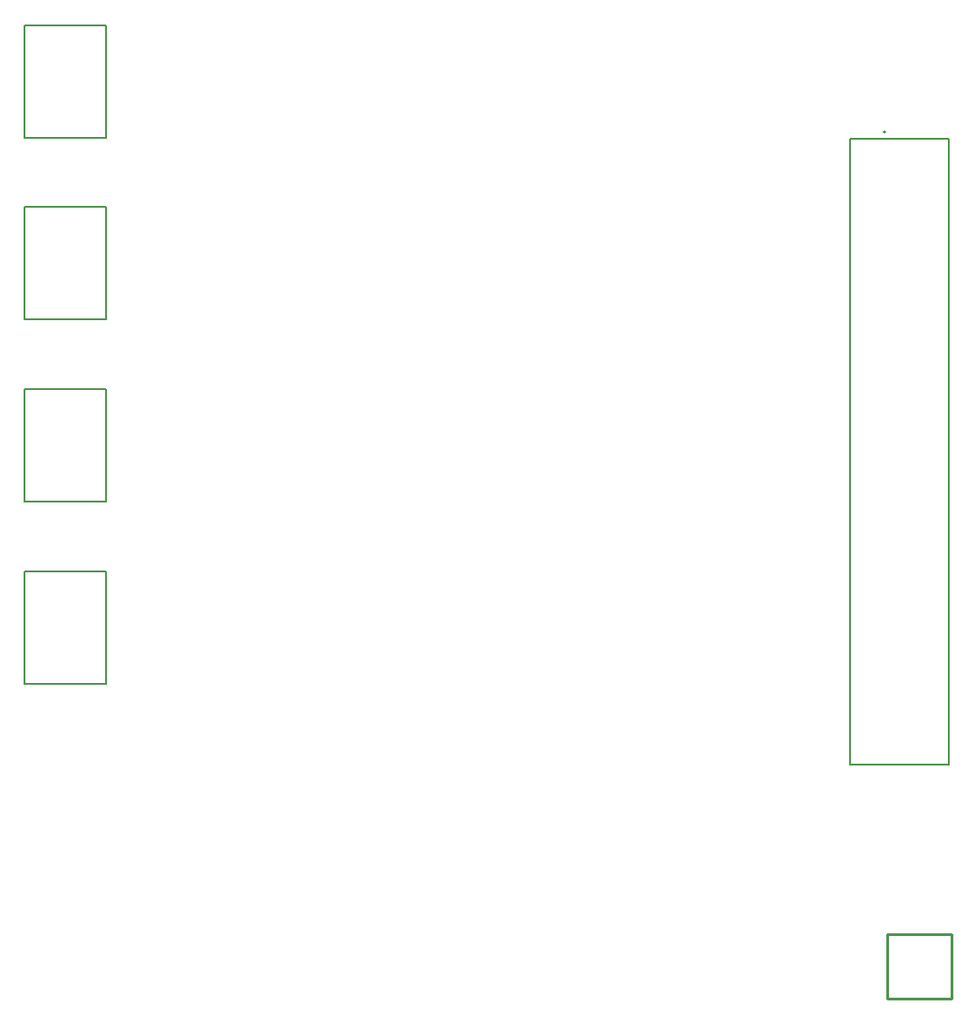
<source format=gbr>
%TF.GenerationSoftware,Altium Limited,Altium Designer,21.8.1 (53)*%
G04 Layer_Color=16711935*
%FSLAX43Y43*%
%MOMM*%
%TF.SameCoordinates,8EB70333-0A29-48E7-A932-0FA81BCCDE64*%
%TF.FilePolarity,Positive*%
%TF.FileFunction,Other,Mechanical_13*%
%TF.Part,Single*%
G01*
G75*
%TA.AperFunction,NonConductor*%
%ADD11C,0.254*%
%ADD42C,0.200*%
%ADD45C,0.127*%
D11*
X85905Y27866D02*
Y33856D01*
X91895D01*
Y27866D02*
Y33856D01*
X85905Y27866D02*
X91895D01*
D42*
X85758Y108730D02*
G03*
X85758Y108730I-100J0D01*
G01*
X5297Y108219D02*
X12897D01*
Y118719D01*
X5297D02*
X12897D01*
X5297Y108219D02*
Y118719D01*
Y57219D02*
X12897D01*
Y67719D01*
X5297D02*
X12897D01*
X5297Y57219D02*
Y67719D01*
Y74219D02*
X12897D01*
Y84719D01*
X5297D02*
X12897D01*
X5297Y74219D02*
Y84719D01*
Y91219D02*
X12897D01*
Y101719D01*
X5297D02*
X12897D01*
X5297Y91219D02*
Y101719D01*
D45*
X82483Y49660D02*
X91703D01*
Y108080D01*
X82483D02*
X91703D01*
X82483Y49660D02*
Y108080D01*
Y49660D02*
X91703D01*
Y108080D01*
X82483D02*
X91703D01*
%TF.MD5,63d6dbaff6dc8531e21d89231cc2087e*%
M02*

</source>
